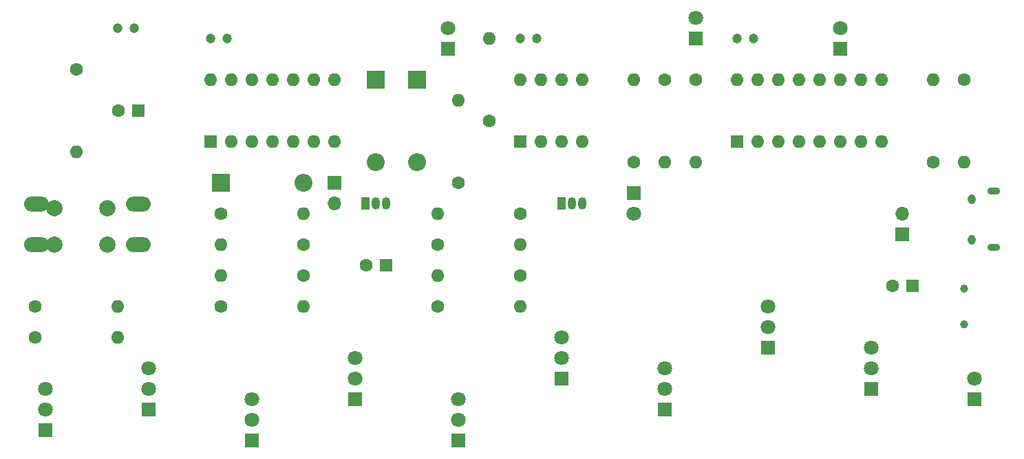
<source format=gbs>
G04 #@! TF.GenerationSoftware,KiCad,Pcbnew,(5.1.10)-1*
G04 #@! TF.CreationDate,2021-10-13T19:52:24+02:00*
G04 #@! TF.ProjectId,frogger,66726f67-6765-4722-9e6b-696361645f70,1*
G04 #@! TF.SameCoordinates,Original*
G04 #@! TF.FileFunction,Soldermask,Bot*
G04 #@! TF.FilePolarity,Negative*
%FSLAX46Y46*%
G04 Gerber Fmt 4.6, Leading zero omitted, Abs format (unit mm)*
G04 Created by KiCad (PCBNEW (5.1.10)-1) date 2021-10-13 19:52:24*
%MOMM*%
%LPD*%
G01*
G04 APERTURE LIST*
%ADD10O,1.600000X1.600000*%
%ADD11R,1.600000X1.600000*%
%ADD12C,1.000000*%
%ADD13C,1.800000*%
%ADD14R,1.800000X1.800000*%
%ADD15C,1.600000*%
%ADD16O,1.700000X1.700000*%
%ADD17R,1.700000X1.700000*%
%ADD18O,2.200000X2.200000*%
%ADD19R,2.200000X2.200000*%
%ADD20C,1.200000*%
%ADD21C,2.000000*%
%ADD22O,3.048000X1.850000*%
%ADD23R,1.050000X1.500000*%
%ADD24O,1.050000X1.500000*%
%ADD25O,1.550000X0.890000*%
%ADD26O,0.950000X1.250000*%
G04 APERTURE END LIST*
D10*
X142240000Y-39370000D03*
X160020000Y-46990000D03*
X144780000Y-39370000D03*
X157480000Y-46990000D03*
X147320000Y-39370000D03*
X154940000Y-46990000D03*
X149860000Y-39370000D03*
X152400000Y-46990000D03*
X152400000Y-39370000D03*
X149860000Y-46990000D03*
X154940000Y-39370000D03*
X147320000Y-46990000D03*
X157480000Y-39370000D03*
X144780000Y-46990000D03*
X160020000Y-39370000D03*
D11*
X142240000Y-46990000D03*
D10*
X115570000Y-39370000D03*
X123190000Y-46990000D03*
X118110000Y-39370000D03*
X120650000Y-46990000D03*
X120650000Y-39370000D03*
X118110000Y-46990000D03*
X123190000Y-39370000D03*
D11*
X115570000Y-46990000D03*
D10*
X77470000Y-39370000D03*
X92710000Y-46990000D03*
X80010000Y-39370000D03*
X90170000Y-46990000D03*
X82550000Y-39370000D03*
X87630000Y-46990000D03*
X85090000Y-39370000D03*
X85090000Y-46990000D03*
X87630000Y-39370000D03*
X82550000Y-46990000D03*
X90170000Y-39370000D03*
X80010000Y-46990000D03*
X92710000Y-39370000D03*
D11*
X77470000Y-46990000D03*
D12*
X170180000Y-65110000D03*
X170180000Y-69510000D03*
D13*
X137160000Y-31750000D03*
D14*
X137160000Y-34290000D03*
D10*
X137160000Y-49530000D03*
D15*
X137160000Y-39370000D03*
D13*
X95250000Y-73660000D03*
X95250000Y-76200000D03*
D14*
X95250000Y-78740000D03*
D10*
X78740000Y-59690000D03*
D15*
X88900000Y-59690000D03*
D16*
X92710000Y-54610000D03*
D17*
X92710000Y-52070000D03*
D18*
X88900000Y-52070000D03*
D19*
X78740000Y-52070000D03*
D13*
X82550000Y-78740000D03*
X82550000Y-81280000D03*
D14*
X82550000Y-83820000D03*
D10*
X66040000Y-67310000D03*
D15*
X55880000Y-67310000D03*
D20*
X68040000Y-33020000D03*
X66040000Y-33020000D03*
D21*
X58270000Y-59690000D03*
X58270000Y-55190000D03*
X64770000Y-59690000D03*
X64770000Y-55190000D03*
D22*
X68580000Y-54690000D03*
X68580000Y-59690000D03*
X56080000Y-54690000D03*
X56080000Y-59690000D03*
D10*
X129540000Y-39370000D03*
D15*
X129540000Y-49530000D03*
D10*
X170180000Y-49530000D03*
D15*
X170180000Y-39370000D03*
D10*
X111760000Y-34290000D03*
D15*
X111760000Y-44450000D03*
D10*
X66040000Y-71120000D03*
D15*
X55880000Y-71120000D03*
D10*
X115570000Y-67310000D03*
D15*
X105410000Y-67310000D03*
D10*
X166370000Y-39370000D03*
D15*
X166370000Y-49530000D03*
D10*
X133350000Y-49530000D03*
D15*
X133350000Y-39370000D03*
D10*
X107950000Y-41910000D03*
D15*
X107950000Y-52070000D03*
D10*
X105410000Y-55880000D03*
D15*
X115570000Y-55880000D03*
D10*
X115570000Y-59690000D03*
D15*
X105410000Y-59690000D03*
D10*
X105410000Y-63500000D03*
D15*
X115570000Y-63500000D03*
D10*
X60960000Y-48260000D03*
D15*
X60960000Y-38100000D03*
D10*
X78740000Y-63500000D03*
D15*
X88900000Y-63500000D03*
D10*
X88900000Y-67310000D03*
D15*
X78740000Y-67310000D03*
D10*
X88900000Y-55880000D03*
D15*
X78740000Y-55880000D03*
D23*
X120650000Y-54610000D03*
D24*
X123190000Y-54610000D03*
X121920000Y-54610000D03*
D23*
X96520000Y-54610000D03*
D24*
X99060000Y-54610000D03*
X97790000Y-54610000D03*
D16*
X162560000Y-55880000D03*
D17*
X162560000Y-58420000D03*
D25*
X173820000Y-53030000D03*
X173820000Y-60030000D03*
D26*
X171120000Y-54030000D03*
X171120000Y-59030000D03*
D13*
X129540000Y-55880000D03*
D14*
X129540000Y-53340000D03*
D13*
X154940000Y-33020000D03*
D14*
X154940000Y-35560000D03*
D13*
X106680000Y-33020000D03*
D14*
X106680000Y-35560000D03*
D13*
X171450000Y-76200000D03*
D14*
X171450000Y-78740000D03*
D13*
X158750000Y-72390000D03*
X158750000Y-74930000D03*
D14*
X158750000Y-77470000D03*
D13*
X146050000Y-67310000D03*
X146050000Y-69850000D03*
D14*
X146050000Y-72390000D03*
D13*
X133350000Y-74930000D03*
X133350000Y-77470000D03*
D14*
X133350000Y-80010000D03*
D13*
X120650000Y-71120000D03*
X120650000Y-73660000D03*
D14*
X120650000Y-76200000D03*
D13*
X107950000Y-78740000D03*
X107950000Y-81280000D03*
D14*
X107950000Y-83820000D03*
D13*
X69850000Y-74930000D03*
X69850000Y-77470000D03*
D14*
X69850000Y-80010000D03*
D13*
X57150000Y-77470000D03*
X57150000Y-80010000D03*
D14*
X57150000Y-82550000D03*
D18*
X102870000Y-49530000D03*
D19*
X102870000Y-39370000D03*
D18*
X97790000Y-49530000D03*
D19*
X97790000Y-39370000D03*
D15*
X96560000Y-62230000D03*
D11*
X99060000Y-62230000D03*
D20*
X144240000Y-34290000D03*
X142240000Y-34290000D03*
X117570000Y-34290000D03*
X115570000Y-34290000D03*
X79470000Y-34290000D03*
X77470000Y-34290000D03*
D15*
X161330000Y-64770000D03*
D11*
X163830000Y-64770000D03*
D15*
X66080000Y-43180000D03*
D11*
X68580000Y-43180000D03*
M02*

</source>
